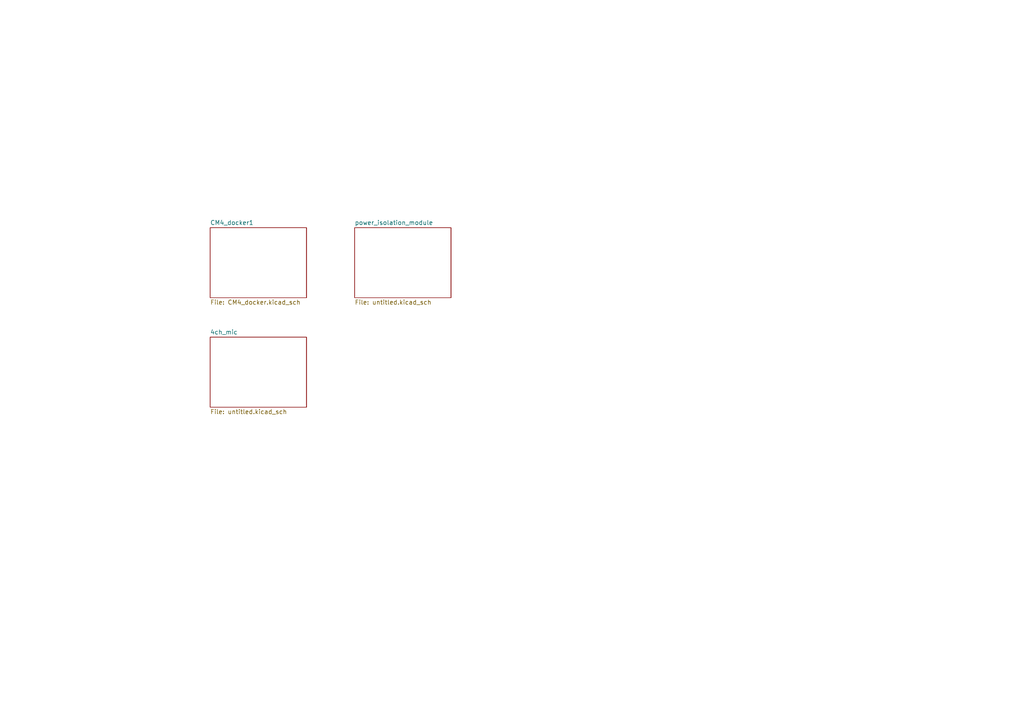
<source format=kicad_sch>
(kicad_sch (version 20211123) (generator eeschema)
  (paper "A4")
  (lib_symbols)
  (sheet (at 102.87 66.04) (size 27.94 20.32) (stroke (width 0.1524))
    (property "Sheet name" "power_isolation_module" (at 102.87 65.3284 0) (effects (justify left bottom)))
    (property "Sheet file" "untitled.kicad_sch" (at 102.87 86.9446 0) (effects (justify left top)))
  )
  (sheet (at 60.96 97.79) (size 27.94 20.32) (stroke (width 0.1524))
    (property "Sheet name" "4ch_mic" (at 60.96 97.0784 0) (effects (justify left bottom)))
    (property "Sheet file" "untitled.kicad_sch" (at 60.96 118.6946 0) (effects (justify left top)))
  )
  (sheet (at 60.96 66.04) (size 27.94 20.32) (stroke (width 0.1524))
    (property "Sheet name" "CM4_docker1" (at 60.96 65.3284 0) (effects (justify left bottom)))
    (property "Sheet file" "CM4_docker.kicad_sch" (at 60.96 86.9446 0) (effects (justify left top)))
  )
)
</source>
